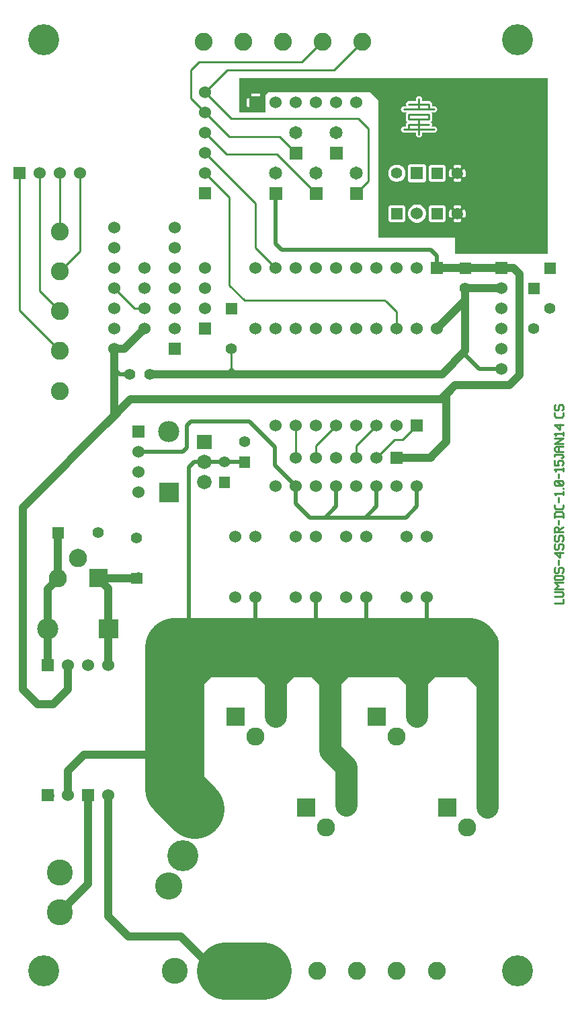
<source format=gbr>
G04 start of page 2 for group 0 idx 0 *
G04 Title: 4SSR-DC, top *
G04 Creator: pcb 20110918 *
G04 CreationDate: 五  1/17 15:31:06 2014 UTC *
G04 For: steve *
G04 Format: Gerber/RS-274X *
G04 PCB-Dimensions: 290000 515000 *
G04 PCB-Coordinate-Origin: lower left *
%MOIN*%
%FSLAX25Y25*%
%LNTOP*%
%ADD36C,0.0430*%
%ADD35C,0.0512*%
%ADD34C,0.0500*%
%ADD33C,0.0420*%
%ADD32C,0.0454*%
%ADD31C,0.0380*%
%ADD30C,0.0300*%
%ADD29C,0.0280*%
%ADD28C,0.1495*%
%ADD27C,0.0650*%
%ADD26C,0.1050*%
%ADD25C,0.1350*%
%ADD24C,0.1535*%
%ADD23C,0.0720*%
%ADD22C,0.1287*%
%ADD21C,0.0887*%
%ADD20C,0.0900*%
%ADD19C,0.0550*%
%ADD18C,0.0600*%
%ADD17C,0.1100*%
%ADD16C,0.2930*%
%ADD15C,0.2830*%
%ADD14C,0.0100*%
%ADD13C,0.0001*%
%ADD12C,0.0200*%
%ADD11C,0.0400*%
G54D11*X224500Y291000D02*Y314500D01*
X200000Y283000D02*X216500D01*
X217500Y284000D02*X224500Y291000D01*
X217000Y283000D02*X217500Y284000D01*
X162000Y312000D02*X222000D01*
G54D12*X220000Y377000D02*Y383000D01*
G54D11*Y377000D02*X258000D01*
X261000Y374000D01*
G54D12*X220000Y383000D02*X217000Y386000D01*
G54D11*X261000Y374000D02*Y324000D01*
X256000Y319000D01*
X229000D01*
X224500Y314500D01*
X222000Y312000D02*X229000Y319000D01*
G54D12*X60000Y337000D02*Y327000D01*
X62500Y324500D02*X60000Y327000D01*
X62500Y324500D02*X67500D01*
G54D11*X60000Y337000D02*Y304000D01*
Y337000D02*X65000D01*
X14500Y258500D02*X60000Y304000D01*
X68000Y312000D02*X55750Y299750D01*
X220000Y347000D02*X221000D01*
X65000Y337000D02*X75000Y347000D01*
G54D12*X217000Y386000D02*X143000D01*
X140000Y389000D01*
Y414000D01*
G54D11*X68000Y312000D02*X163000D01*
G54D12*X102000Y301000D02*X127000D01*
X139500Y288500D01*
X96000Y299000D02*X98000Y301000D01*
X103000D01*
X72000Y286000D02*X87000D01*
X86000D02*X94000D01*
X96000Y288000D01*
Y299000D01*
X139500Y288500D02*Y279500D01*
X150000Y269000D01*
Y260500D01*
X157000Y253500D01*
X170000Y269000D02*Y259000D01*
X164500Y253500D01*
X210000Y269000D02*Y259000D01*
X204500Y253500D01*
X157000D01*
X190000Y269000D02*Y259000D01*
X184500Y253500D01*
G54D11*X109685Y29000D02*Y38315D01*
X67000Y46000D02*X92685D01*
X109685Y29000D01*
X57000Y116000D02*Y56000D01*
X67000Y46000D01*
X47000Y116000D02*Y72000D01*
X33000Y58000D01*
Y223500D02*X34000D01*
X31000D02*X32000Y222500D01*
X27000Y218000D02*X32500Y223500D01*
X32000D02*Y246000D01*
X72000Y224500D02*X71000Y223500D01*
X57000Y197500D02*X57500Y198000D01*
X57000Y180500D02*Y218500D01*
X52000Y223500D01*
X71000D01*
X71250Y223750D01*
X36500Y180000D02*X37000Y180500D01*
X27000D02*Y218000D01*
X37000Y180500D02*Y168500D01*
X14500D02*Y258500D01*
X37000Y168500D02*X29500Y161000D01*
X22000D02*X14500Y168500D01*
X29500Y161000D02*X22000D01*
G54D13*G36*
X189000Y466000D02*X191000D01*
Y460000D01*
X185000Y466000D01*
X189000D01*
G37*
G36*
X133000Y471000D02*X192000D01*
Y464000D01*
X133000D01*
Y471000D01*
G37*
G36*
X122000D02*X138000D01*
Y464000D01*
X122000D01*
Y471000D01*
G37*
G36*
X233390Y439000D02*X245000D01*
Y384000D01*
X233390D01*
Y402035D01*
X233481Y402053D01*
X233592Y402093D01*
X233695Y402151D01*
X233788Y402223D01*
X233869Y402310D01*
X233935Y402408D01*
X233982Y402515D01*
X234103Y402875D01*
X234187Y403245D01*
X234237Y403621D01*
X234254Y404000D01*
X234237Y404379D01*
X234187Y404755D01*
X234103Y405125D01*
X233986Y405486D01*
X233937Y405594D01*
X233871Y405692D01*
X233790Y405779D01*
X233697Y405852D01*
X233593Y405909D01*
X233482Y405950D01*
X233390Y405968D01*
Y422035D01*
X233481Y422053D01*
X233592Y422093D01*
X233695Y422151D01*
X233788Y422223D01*
X233869Y422310D01*
X233935Y422408D01*
X233982Y422515D01*
X234103Y422875D01*
X234187Y423245D01*
X234237Y423621D01*
X234254Y424000D01*
X234237Y424379D01*
X234187Y424755D01*
X234103Y425125D01*
X233986Y425486D01*
X233937Y425594D01*
X233871Y425692D01*
X233790Y425779D01*
X233697Y425852D01*
X233593Y425909D01*
X233482Y425950D01*
X233390Y425968D01*
Y439000D01*
G37*
G36*
X229000D02*X233390D01*
Y425968D01*
X233366Y425973D01*
X233247Y425977D01*
X233130Y425963D01*
X233016Y425930D01*
X232908Y425880D01*
X232810Y425814D01*
X232723Y425733D01*
X232650Y425640D01*
X232593Y425536D01*
X232552Y425425D01*
X232529Y425309D01*
X232525Y425190D01*
X232539Y425073D01*
X232574Y424960D01*
X232652Y424727D01*
X232706Y424488D01*
X232739Y424245D01*
X232750Y424000D01*
X232739Y423755D01*
X232706Y423512D01*
X232652Y423273D01*
X232577Y423039D01*
X232542Y422927D01*
X232528Y422810D01*
X232532Y422692D01*
X232555Y422576D01*
X232595Y422465D01*
X232653Y422362D01*
X232725Y422269D01*
X232812Y422188D01*
X232910Y422122D01*
X233017Y422073D01*
X233130Y422040D01*
X233247Y422026D01*
X233365Y422030D01*
X233390Y422035D01*
Y405968D01*
X233366Y405973D01*
X233247Y405977D01*
X233130Y405963D01*
X233016Y405930D01*
X232908Y405880D01*
X232810Y405814D01*
X232723Y405733D01*
X232650Y405640D01*
X232593Y405536D01*
X232552Y405425D01*
X232529Y405309D01*
X232525Y405190D01*
X232539Y405073D01*
X232574Y404960D01*
X232652Y404727D01*
X232706Y404488D01*
X232739Y404245D01*
X232750Y404000D01*
X232739Y403755D01*
X232706Y403512D01*
X232652Y403273D01*
X232577Y403039D01*
X232542Y402927D01*
X232528Y402810D01*
X232532Y402692D01*
X232555Y402576D01*
X232595Y402465D01*
X232653Y402362D01*
X232725Y402269D01*
X232812Y402188D01*
X232910Y402122D01*
X233017Y402073D01*
X233130Y402040D01*
X233247Y402026D01*
X233365Y402030D01*
X233390Y402035D01*
Y384000D01*
X229000D01*
Y399869D01*
X229245Y399813D01*
X229621Y399763D01*
X230000Y399746D01*
X230379Y399763D01*
X230755Y399813D01*
X231125Y399897D01*
X231486Y400014D01*
X231594Y400063D01*
X231692Y400129D01*
X231779Y400210D01*
X231852Y400303D01*
X231909Y400407D01*
X231950Y400518D01*
X231973Y400634D01*
X231977Y400753D01*
X231963Y400870D01*
X231930Y400984D01*
X231880Y401092D01*
X231814Y401190D01*
X231733Y401277D01*
X231640Y401350D01*
X231536Y401407D01*
X231425Y401448D01*
X231309Y401471D01*
X231190Y401475D01*
X231073Y401461D01*
X230960Y401426D01*
X230727Y401348D01*
X230488Y401294D01*
X230245Y401261D01*
X230000Y401250D01*
X229755Y401261D01*
X229512Y401294D01*
X229273Y401348D01*
X229039Y401423D01*
X229000Y401435D01*
Y406562D01*
X229040Y406574D01*
X229273Y406652D01*
X229512Y406706D01*
X229755Y406739D01*
X230000Y406750D01*
X230245Y406739D01*
X230488Y406706D01*
X230727Y406652D01*
X230961Y406577D01*
X231073Y406542D01*
X231190Y406528D01*
X231308Y406532D01*
X231424Y406555D01*
X231535Y406595D01*
X231638Y406653D01*
X231731Y406725D01*
X231812Y406812D01*
X231878Y406910D01*
X231927Y407017D01*
X231960Y407130D01*
X231974Y407247D01*
X231970Y407365D01*
X231947Y407481D01*
X231907Y407592D01*
X231849Y407695D01*
X231777Y407788D01*
X231690Y407869D01*
X231592Y407935D01*
X231485Y407982D01*
X231125Y408103D01*
X230755Y408187D01*
X230379Y408237D01*
X230000Y408254D01*
X229621Y408237D01*
X229245Y408187D01*
X229000Y408131D01*
Y419869D01*
X229245Y419813D01*
X229621Y419763D01*
X230000Y419746D01*
X230379Y419763D01*
X230755Y419813D01*
X231125Y419897D01*
X231486Y420014D01*
X231594Y420063D01*
X231692Y420129D01*
X231779Y420210D01*
X231852Y420303D01*
X231909Y420407D01*
X231950Y420518D01*
X231973Y420634D01*
X231977Y420753D01*
X231963Y420870D01*
X231930Y420984D01*
X231880Y421092D01*
X231814Y421190D01*
X231733Y421277D01*
X231640Y421350D01*
X231536Y421407D01*
X231425Y421448D01*
X231309Y421471D01*
X231190Y421475D01*
X231073Y421461D01*
X230960Y421426D01*
X230727Y421348D01*
X230488Y421294D01*
X230245Y421261D01*
X230000Y421250D01*
X229755Y421261D01*
X229512Y421294D01*
X229273Y421348D01*
X229039Y421423D01*
X229000Y421435D01*
Y426562D01*
X229040Y426574D01*
X229273Y426652D01*
X229512Y426706D01*
X229755Y426739D01*
X230000Y426750D01*
X230245Y426739D01*
X230488Y426706D01*
X230727Y426652D01*
X230961Y426577D01*
X231073Y426542D01*
X231190Y426528D01*
X231308Y426532D01*
X231424Y426555D01*
X231535Y426595D01*
X231638Y426653D01*
X231731Y426725D01*
X231812Y426812D01*
X231878Y426910D01*
X231927Y427017D01*
X231960Y427130D01*
X231974Y427247D01*
X231970Y427365D01*
X231947Y427481D01*
X231907Y427592D01*
X231849Y427695D01*
X231777Y427788D01*
X231690Y427869D01*
X231592Y427935D01*
X231485Y427982D01*
X231125Y428103D01*
X230755Y428187D01*
X230379Y428237D01*
X230000Y428254D01*
X229621Y428237D01*
X229245Y428187D01*
X229000Y428131D01*
Y439000D01*
G37*
G36*
X233390Y434000D02*X238000D01*
Y392000D01*
X233390D01*
Y402035D01*
X233481Y402053D01*
X233592Y402093D01*
X233695Y402151D01*
X233788Y402223D01*
X233869Y402310D01*
X233935Y402408D01*
X233982Y402515D01*
X234103Y402875D01*
X234187Y403245D01*
X234237Y403621D01*
X234254Y404000D01*
X234237Y404379D01*
X234187Y404755D01*
X234103Y405125D01*
X233986Y405486D01*
X233937Y405594D01*
X233871Y405692D01*
X233790Y405779D01*
X233697Y405852D01*
X233593Y405909D01*
X233482Y405950D01*
X233390Y405968D01*
Y422035D01*
X233481Y422053D01*
X233592Y422093D01*
X233695Y422151D01*
X233788Y422223D01*
X233869Y422310D01*
X233935Y422408D01*
X233982Y422515D01*
X234103Y422875D01*
X234187Y423245D01*
X234237Y423621D01*
X234254Y424000D01*
X234237Y424379D01*
X234187Y424755D01*
X234103Y425125D01*
X233986Y425486D01*
X233937Y425594D01*
X233871Y425692D01*
X233790Y425779D01*
X233697Y425852D01*
X233593Y425909D01*
X233482Y425950D01*
X233390Y425968D01*
Y434000D01*
G37*
G36*
X230001D02*X233390D01*
Y425968D01*
X233366Y425973D01*
X233247Y425977D01*
X233130Y425963D01*
X233016Y425930D01*
X232908Y425880D01*
X232810Y425814D01*
X232723Y425733D01*
X232650Y425640D01*
X232593Y425536D01*
X232552Y425425D01*
X232529Y425309D01*
X232525Y425190D01*
X232539Y425073D01*
X232574Y424960D01*
X232652Y424727D01*
X232706Y424488D01*
X232739Y424245D01*
X232750Y424000D01*
X232739Y423755D01*
X232706Y423512D01*
X232652Y423273D01*
X232577Y423039D01*
X232542Y422927D01*
X232528Y422810D01*
X232532Y422692D01*
X232555Y422576D01*
X232595Y422465D01*
X232653Y422362D01*
X232725Y422269D01*
X232812Y422188D01*
X232910Y422122D01*
X233017Y422073D01*
X233130Y422040D01*
X233247Y422026D01*
X233365Y422030D01*
X233390Y422035D01*
Y405968D01*
X233366Y405973D01*
X233247Y405977D01*
X233130Y405963D01*
X233016Y405930D01*
X232908Y405880D01*
X232810Y405814D01*
X232723Y405733D01*
X232650Y405640D01*
X232593Y405536D01*
X232552Y405425D01*
X232529Y405309D01*
X232525Y405190D01*
X232539Y405073D01*
X232574Y404960D01*
X232652Y404727D01*
X232706Y404488D01*
X232739Y404245D01*
X232750Y404000D01*
X232739Y403755D01*
X232706Y403512D01*
X232652Y403273D01*
X232577Y403039D01*
X232542Y402927D01*
X232528Y402810D01*
X232532Y402692D01*
X232555Y402576D01*
X232595Y402465D01*
X232653Y402362D01*
X232725Y402269D01*
X232812Y402188D01*
X232910Y402122D01*
X233017Y402073D01*
X233130Y402040D01*
X233247Y402026D01*
X233365Y402030D01*
X233390Y402035D01*
Y392000D01*
X230001D01*
Y399746D01*
X230379Y399763D01*
X230755Y399813D01*
X231125Y399897D01*
X231486Y400014D01*
X231594Y400063D01*
X231692Y400129D01*
X231779Y400210D01*
X231852Y400303D01*
X231909Y400407D01*
X231950Y400518D01*
X231973Y400634D01*
X231977Y400753D01*
X231963Y400870D01*
X231930Y400984D01*
X231880Y401092D01*
X231814Y401190D01*
X231733Y401277D01*
X231640Y401350D01*
X231536Y401407D01*
X231425Y401448D01*
X231309Y401471D01*
X231190Y401475D01*
X231073Y401461D01*
X230960Y401426D01*
X230727Y401348D01*
X230488Y401294D01*
X230245Y401261D01*
X230001Y401250D01*
Y406750D01*
X230245Y406739D01*
X230488Y406706D01*
X230727Y406652D01*
X230961Y406577D01*
X231073Y406542D01*
X231190Y406528D01*
X231308Y406532D01*
X231424Y406555D01*
X231535Y406595D01*
X231638Y406653D01*
X231731Y406725D01*
X231812Y406812D01*
X231878Y406910D01*
X231927Y407017D01*
X231960Y407130D01*
X231974Y407247D01*
X231970Y407365D01*
X231947Y407481D01*
X231907Y407592D01*
X231849Y407695D01*
X231777Y407788D01*
X231690Y407869D01*
X231592Y407935D01*
X231485Y407982D01*
X231125Y408103D01*
X230755Y408187D01*
X230379Y408237D01*
X230001Y408254D01*
Y419746D01*
X230379Y419763D01*
X230755Y419813D01*
X231125Y419897D01*
X231486Y420014D01*
X231594Y420063D01*
X231692Y420129D01*
X231779Y420210D01*
X231852Y420303D01*
X231909Y420407D01*
X231950Y420518D01*
X231973Y420634D01*
X231977Y420753D01*
X231963Y420870D01*
X231930Y420984D01*
X231880Y421092D01*
X231814Y421190D01*
X231733Y421277D01*
X231640Y421350D01*
X231536Y421407D01*
X231425Y421448D01*
X231309Y421471D01*
X231190Y421475D01*
X231073Y421461D01*
X230960Y421426D01*
X230727Y421348D01*
X230488Y421294D01*
X230245Y421261D01*
X230001Y421250D01*
Y426750D01*
X230245Y426739D01*
X230488Y426706D01*
X230727Y426652D01*
X230961Y426577D01*
X231073Y426542D01*
X231190Y426528D01*
X231308Y426532D01*
X231424Y426555D01*
X231535Y426595D01*
X231638Y426653D01*
X231731Y426725D01*
X231812Y426812D01*
X231878Y426910D01*
X231927Y427017D01*
X231960Y427130D01*
X231974Y427247D01*
X231970Y427365D01*
X231947Y427481D01*
X231907Y427592D01*
X231849Y427695D01*
X231777Y427788D01*
X231690Y427869D01*
X231592Y427935D01*
X231485Y427982D01*
X231125Y428103D01*
X230755Y428187D01*
X230379Y428237D01*
X230001Y428254D01*
Y434000D01*
G37*
G36*
X226610D02*X230001D01*
Y428254D01*
X230000Y428254D01*
X229621Y428237D01*
X229245Y428187D01*
X228875Y428103D01*
X228514Y427986D01*
X228406Y427937D01*
X228308Y427871D01*
X228221Y427790D01*
X228148Y427697D01*
X228091Y427593D01*
X228050Y427482D01*
X228027Y427366D01*
X228023Y427247D01*
X228037Y427130D01*
X228070Y427016D01*
X228120Y426908D01*
X228186Y426810D01*
X228267Y426723D01*
X228360Y426650D01*
X228464Y426593D01*
X228575Y426552D01*
X228691Y426529D01*
X228810Y426525D01*
X228927Y426539D01*
X229040Y426574D01*
X229273Y426652D01*
X229512Y426706D01*
X229755Y426739D01*
X230000Y426750D01*
X230001Y426750D01*
Y421250D01*
X230000Y421250D01*
X229755Y421261D01*
X229512Y421294D01*
X229273Y421348D01*
X229039Y421423D01*
X228927Y421458D01*
X228810Y421472D01*
X228692Y421468D01*
X228576Y421445D01*
X228465Y421405D01*
X228362Y421347D01*
X228269Y421275D01*
X228188Y421188D01*
X228122Y421090D01*
X228073Y420983D01*
X228040Y420870D01*
X228026Y420753D01*
X228030Y420635D01*
X228053Y420519D01*
X228093Y420408D01*
X228150Y420305D01*
X228223Y420212D01*
X228310Y420131D01*
X228408Y420065D01*
X228515Y420018D01*
X228875Y419897D01*
X229245Y419813D01*
X229621Y419763D01*
X230000Y419746D01*
X230001Y419746D01*
Y408254D01*
X230000Y408254D01*
X229621Y408237D01*
X229245Y408187D01*
X228875Y408103D01*
X228514Y407986D01*
X228406Y407937D01*
X228308Y407871D01*
X228221Y407790D01*
X228148Y407697D01*
X228091Y407593D01*
X228050Y407482D01*
X228027Y407366D01*
X228023Y407247D01*
X228037Y407130D01*
X228070Y407016D01*
X228120Y406908D01*
X228186Y406810D01*
X228267Y406723D01*
X228360Y406650D01*
X228464Y406593D01*
X228575Y406552D01*
X228691Y406529D01*
X228810Y406525D01*
X228927Y406539D01*
X229040Y406574D01*
X229273Y406652D01*
X229512Y406706D01*
X229755Y406739D01*
X230000Y406750D01*
X230001Y406750D01*
Y401250D01*
X230000Y401250D01*
X229755Y401261D01*
X229512Y401294D01*
X229273Y401348D01*
X229039Y401423D01*
X228927Y401458D01*
X228810Y401472D01*
X228692Y401468D01*
X228576Y401445D01*
X228465Y401405D01*
X228362Y401347D01*
X228269Y401275D01*
X228188Y401188D01*
X228122Y401090D01*
X228073Y400983D01*
X228040Y400870D01*
X228026Y400753D01*
X228030Y400635D01*
X228053Y400519D01*
X228093Y400408D01*
X228150Y400305D01*
X228223Y400212D01*
X228310Y400131D01*
X228408Y400065D01*
X228515Y400018D01*
X228875Y399897D01*
X229245Y399813D01*
X229621Y399763D01*
X230000Y399746D01*
X230001Y399746D01*
Y392000D01*
X226610D01*
Y402032D01*
X226634Y402027D01*
X226753Y402023D01*
X226870Y402037D01*
X226984Y402070D01*
X227092Y402120D01*
X227190Y402186D01*
X227277Y402267D01*
X227350Y402360D01*
X227407Y402464D01*
X227448Y402575D01*
X227471Y402691D01*
X227475Y402810D01*
X227461Y402927D01*
X227426Y403040D01*
X227348Y403273D01*
X227294Y403512D01*
X227261Y403755D01*
X227250Y404000D01*
X227261Y404245D01*
X227294Y404488D01*
X227348Y404727D01*
X227423Y404961D01*
X227458Y405073D01*
X227472Y405190D01*
X227468Y405308D01*
X227445Y405424D01*
X227405Y405535D01*
X227347Y405638D01*
X227275Y405731D01*
X227188Y405812D01*
X227090Y405878D01*
X226983Y405927D01*
X226870Y405960D01*
X226753Y405974D01*
X226635Y405970D01*
X226610Y405965D01*
Y422032D01*
X226634Y422027D01*
X226753Y422023D01*
X226870Y422037D01*
X226984Y422070D01*
X227092Y422120D01*
X227190Y422186D01*
X227277Y422267D01*
X227350Y422360D01*
X227407Y422464D01*
X227448Y422575D01*
X227471Y422691D01*
X227475Y422810D01*
X227461Y422927D01*
X227426Y423040D01*
X227348Y423273D01*
X227294Y423512D01*
X227261Y423755D01*
X227250Y424000D01*
X227261Y424245D01*
X227294Y424488D01*
X227348Y424727D01*
X227423Y424961D01*
X227458Y425073D01*
X227472Y425190D01*
X227468Y425308D01*
X227445Y425424D01*
X227405Y425535D01*
X227347Y425638D01*
X227275Y425731D01*
X227188Y425812D01*
X227090Y425878D01*
X226983Y425927D01*
X226870Y425960D01*
X226753Y425974D01*
X226635Y425970D01*
X226610Y425965D01*
Y434000D01*
G37*
G36*
X220000D02*X226610D01*
Y425965D01*
X226519Y425947D01*
X226408Y425907D01*
X226305Y425850D01*
X226212Y425777D01*
X226131Y425690D01*
X226065Y425592D01*
X226018Y425485D01*
X225897Y425125D01*
X225813Y424755D01*
X225763Y424379D01*
X225746Y424000D01*
X225763Y423621D01*
X225813Y423245D01*
X225897Y422875D01*
X226014Y422514D01*
X226063Y422406D01*
X226129Y422308D01*
X226210Y422221D01*
X226303Y422148D01*
X226407Y422091D01*
X226518Y422050D01*
X226610Y422032D01*
Y405965D01*
X226519Y405947D01*
X226408Y405907D01*
X226305Y405850D01*
X226212Y405777D01*
X226131Y405690D01*
X226065Y405592D01*
X226018Y405485D01*
X225897Y405125D01*
X225813Y404755D01*
X225763Y404379D01*
X225746Y404000D01*
X225763Y403621D01*
X225813Y403245D01*
X225897Y402875D01*
X226014Y402514D01*
X226063Y402406D01*
X226129Y402308D01*
X226210Y402221D01*
X226303Y402148D01*
X226407Y402091D01*
X226518Y402050D01*
X226610Y402032D01*
Y392000D01*
X220000D01*
Y399757D01*
X222985Y399764D01*
X223215Y399819D01*
X223433Y399909D01*
X223634Y400033D01*
X223814Y400186D01*
X223967Y400366D01*
X224091Y400567D01*
X224181Y400785D01*
X224236Y401015D01*
X224250Y401250D01*
X224236Y406985D01*
X224181Y407215D01*
X224091Y407433D01*
X223967Y407634D01*
X223814Y407814D01*
X223634Y407967D01*
X223433Y408091D01*
X223215Y408181D01*
X222985Y408236D01*
X222750Y408250D01*
X220000Y408243D01*
Y419757D01*
X222985Y419764D01*
X223215Y419819D01*
X223433Y419909D01*
X223634Y420033D01*
X223814Y420186D01*
X223967Y420366D01*
X224091Y420567D01*
X224181Y420785D01*
X224236Y421015D01*
X224250Y421250D01*
X224236Y426985D01*
X224181Y427215D01*
X224091Y427433D01*
X223967Y427634D01*
X223814Y427814D01*
X223634Y427967D01*
X223433Y428091D01*
X223215Y428181D01*
X222985Y428236D01*
X222750Y428250D01*
X220000Y428243D01*
Y434000D01*
G37*
G36*
X210000D02*X220000D01*
Y428243D01*
X217015Y428236D01*
X216785Y428181D01*
X216567Y428091D01*
X216366Y427967D01*
X216186Y427814D01*
X216033Y427634D01*
X215909Y427433D01*
X215819Y427215D01*
X215764Y426985D01*
X215750Y426750D01*
X215764Y421015D01*
X215819Y420785D01*
X215909Y420567D01*
X216033Y420366D01*
X216186Y420186D01*
X216366Y420033D01*
X216567Y419909D01*
X216785Y419819D01*
X217015Y419764D01*
X217250Y419750D01*
X220000Y419757D01*
Y408243D01*
X217015Y408236D01*
X216785Y408181D01*
X216567Y408091D01*
X216366Y407967D01*
X216186Y407814D01*
X216033Y407634D01*
X215909Y407433D01*
X215819Y407215D01*
X215764Y406985D01*
X215750Y406750D01*
X215764Y401015D01*
X215819Y400785D01*
X215909Y400567D01*
X216033Y400366D01*
X216186Y400186D01*
X216366Y400033D01*
X216567Y399909D01*
X216785Y399819D01*
X217015Y399764D01*
X217250Y399750D01*
X220000Y399757D01*
Y392000D01*
X210000D01*
Y399486D01*
X210706Y399542D01*
X211395Y399707D01*
X212049Y399978D01*
X212653Y400348D01*
X213192Y400808D01*
X213652Y401347D01*
X214022Y401951D01*
X214293Y402605D01*
X214458Y403294D01*
X214500Y404000D01*
X214458Y404706D01*
X214293Y405395D01*
X214022Y406049D01*
X213652Y406653D01*
X213192Y407192D01*
X212653Y407652D01*
X212049Y408022D01*
X211395Y408293D01*
X210706Y408458D01*
X210000Y408514D01*
Y419507D01*
X213235Y419514D01*
X213465Y419569D01*
X213683Y419659D01*
X213884Y419783D01*
X214064Y419936D01*
X214217Y420116D01*
X214341Y420317D01*
X214431Y420535D01*
X214486Y420765D01*
X214500Y421000D01*
X214486Y427235D01*
X214431Y427465D01*
X214341Y427683D01*
X214217Y427884D01*
X214064Y428064D01*
X213884Y428217D01*
X213683Y428341D01*
X213465Y428431D01*
X213235Y428486D01*
X213000Y428500D01*
X210000Y428493D01*
Y434000D01*
G37*
G36*
X199993D02*X210000D01*
Y428493D01*
X206765Y428486D01*
X206535Y428431D01*
X206317Y428341D01*
X206116Y428217D01*
X205936Y428064D01*
X205783Y427884D01*
X205659Y427683D01*
X205569Y427465D01*
X205514Y427235D01*
X205500Y427000D01*
X205514Y420765D01*
X205569Y420535D01*
X205659Y420317D01*
X205783Y420116D01*
X205936Y419936D01*
X206116Y419783D01*
X206317Y419659D01*
X206535Y419569D01*
X206765Y419514D01*
X207000Y419500D01*
X210000Y419507D01*
Y408514D01*
X209294Y408458D01*
X208605Y408293D01*
X207951Y408022D01*
X207347Y407652D01*
X206808Y407192D01*
X206348Y406653D01*
X205978Y406049D01*
X205707Y405395D01*
X205542Y404706D01*
X205486Y404000D01*
X205542Y403294D01*
X205707Y402605D01*
X205978Y401951D01*
X206348Y401347D01*
X206808Y400808D01*
X207347Y400348D01*
X207951Y399978D01*
X208605Y399707D01*
X209294Y399542D01*
X210000Y399486D01*
Y392000D01*
X199993D01*
Y399757D01*
X202985Y399764D01*
X203215Y399819D01*
X203433Y399909D01*
X203634Y400033D01*
X203814Y400186D01*
X203967Y400366D01*
X204091Y400567D01*
X204181Y400785D01*
X204236Y401015D01*
X204250Y401250D01*
X204236Y406985D01*
X204181Y407215D01*
X204091Y407433D01*
X203967Y407634D01*
X203814Y407814D01*
X203634Y407967D01*
X203433Y408091D01*
X203215Y408181D01*
X202985Y408236D01*
X202750Y408250D01*
X199993Y408243D01*
Y419737D01*
X200000Y419737D01*
X200667Y419789D01*
X201317Y419946D01*
X201935Y420202D01*
X202506Y420551D01*
X203014Y420986D01*
X203449Y421494D01*
X203798Y422065D01*
X204054Y422683D01*
X204211Y423333D01*
X204250Y424000D01*
X204211Y424667D01*
X204054Y425317D01*
X203798Y425935D01*
X203449Y426506D01*
X203014Y427014D01*
X202506Y427449D01*
X201935Y427798D01*
X201317Y428054D01*
X200667Y428211D01*
X200000Y428263D01*
X199993Y428263D01*
Y434000D01*
G37*
G36*
X191000D02*X199993D01*
Y428263D01*
X199333Y428211D01*
X198683Y428054D01*
X198065Y427798D01*
X197494Y427449D01*
X196986Y427014D01*
X196551Y426506D01*
X196202Y425935D01*
X195946Y425317D01*
X195789Y424667D01*
X195737Y424000D01*
X195789Y423333D01*
X195946Y422683D01*
X196202Y422065D01*
X196551Y421494D01*
X196986Y420986D01*
X197494Y420551D01*
X198065Y420202D01*
X198683Y419946D01*
X199333Y419789D01*
X199993Y419737D01*
Y408243D01*
X197015Y408236D01*
X196785Y408181D01*
X196567Y408091D01*
X196366Y407967D01*
X196186Y407814D01*
X196033Y407634D01*
X195909Y407433D01*
X195819Y407215D01*
X195764Y406985D01*
X195750Y406750D01*
X195764Y401015D01*
X195819Y400785D01*
X195909Y400567D01*
X196033Y400366D01*
X196186Y400186D01*
X196366Y400033D01*
X196567Y399909D01*
X196785Y399819D01*
X197015Y399764D01*
X197250Y399750D01*
X199993Y399757D01*
Y392000D01*
X191000D01*
Y434000D01*
G37*
G36*
X211000Y471000D02*X252000D01*
Y433000D01*
X211000D01*
Y441680D01*
X211235Y441699D01*
X211465Y441754D01*
X211683Y441844D01*
X211884Y441968D01*
X212064Y442121D01*
X212217Y442301D01*
X212341Y442502D01*
X212431Y442720D01*
X212486Y442950D01*
X212500Y443185D01*
Y444185D01*
X218500D01*
X218735Y444199D01*
X218965Y444254D01*
X219183Y444344D01*
X219384Y444468D01*
X219564Y444621D01*
X219717Y444801D01*
X219841Y445002D01*
X219931Y445220D01*
X219986Y445450D01*
X220005Y445685D01*
X219986Y445920D01*
X219931Y446150D01*
X219841Y446368D01*
X219717Y446569D01*
X219564Y446749D01*
X219384Y446902D01*
X219183Y447026D01*
X218965Y447116D01*
X218735Y447171D01*
X218500Y447185D01*
X217119D01*
X217217Y447301D01*
X217341Y447502D01*
X217431Y447720D01*
X217486Y447950D01*
X217505Y448185D01*
X217486Y448420D01*
X217431Y448650D01*
X217341Y448868D01*
X217217Y449069D01*
X217064Y449249D01*
X216884Y449402D01*
X216831Y449435D01*
X216884Y449468D01*
X217064Y449621D01*
X217217Y449801D01*
X217341Y450002D01*
X217431Y450220D01*
X217486Y450450D01*
X217505Y450685D01*
X217500Y450744D01*
Y453185D01*
X217486Y453420D01*
X217431Y453650D01*
X217341Y453868D01*
X217217Y454069D01*
X217119Y454185D01*
X218500D01*
X218735Y454199D01*
X218965Y454254D01*
X219183Y454344D01*
X219384Y454468D01*
X219564Y454621D01*
X219717Y454801D01*
X219841Y455002D01*
X219931Y455220D01*
X219986Y455450D01*
X220005Y455685D01*
X219986Y455920D01*
X219931Y456150D01*
X219841Y456368D01*
X219717Y456569D01*
X219564Y456749D01*
X219384Y456902D01*
X219183Y457026D01*
X218965Y457116D01*
X218735Y457171D01*
X218500Y457185D01*
X217500D01*
Y458126D01*
X217505Y458185D01*
X217486Y458420D01*
X217431Y458650D01*
X217341Y458868D01*
X217217Y459069D01*
X217064Y459249D01*
X216884Y459402D01*
X216683Y459526D01*
X216465Y459616D01*
X216235Y459671D01*
X216000Y459690D01*
X215941Y459685D01*
X212500D01*
Y460685D01*
X212486Y460920D01*
X212431Y461150D01*
X212341Y461368D01*
X212217Y461569D01*
X212064Y461749D01*
X211884Y461902D01*
X211683Y462026D01*
X211465Y462116D01*
X211235Y462171D01*
X211000Y462190D01*
Y471000D01*
G37*
G36*
X191000D02*X211000D01*
Y462190D01*
X211000D01*
X210765Y462171D01*
X210535Y462116D01*
X210317Y462026D01*
X210116Y461902D01*
X209936Y461749D01*
X209783Y461569D01*
X209659Y461368D01*
X209569Y461150D01*
X209514Y460920D01*
X209500Y460685D01*
Y459685D01*
X206000D01*
X205765Y459671D01*
X205535Y459616D01*
X205317Y459526D01*
X205116Y459402D01*
X204936Y459249D01*
X204783Y459069D01*
X204659Y458868D01*
X204569Y458650D01*
X204514Y458420D01*
X204495Y458185D01*
X204514Y457950D01*
X204569Y457720D01*
X204659Y457502D01*
X204783Y457301D01*
X204881Y457185D01*
X203500D01*
X203265Y457171D01*
X203035Y457116D01*
X202817Y457026D01*
X202616Y456902D01*
X202436Y456749D01*
X202283Y456569D01*
X202159Y456368D01*
X202069Y456150D01*
X202014Y455920D01*
X201995Y455685D01*
X202014Y455450D01*
X202069Y455220D01*
X202159Y455002D01*
X202283Y454801D01*
X202436Y454621D01*
X202616Y454468D01*
X202817Y454344D01*
X203035Y454254D01*
X203265Y454199D01*
X203500Y454185D01*
X204881D01*
X204783Y454069D01*
X204659Y453868D01*
X204569Y453650D01*
X204514Y453420D01*
X204500Y453185D01*
Y450744D01*
X204495Y450685D01*
X204514Y450450D01*
X204569Y450220D01*
X204659Y450002D01*
X204783Y449801D01*
X204936Y449621D01*
X205116Y449468D01*
X205169Y449435D01*
X205116Y449402D01*
X204936Y449249D01*
X204783Y449069D01*
X204659Y448868D01*
X204569Y448650D01*
X204514Y448420D01*
X204514Y448420D01*
X204495Y448185D01*
X204500Y448126D01*
Y447185D01*
X203500D01*
X203265Y447171D01*
X203035Y447116D01*
X202817Y447026D01*
X202616Y446902D01*
X202436Y446749D01*
X202283Y446569D01*
X202159Y446368D01*
X202069Y446150D01*
X202014Y445920D01*
X201995Y445685D01*
X202014Y445450D01*
X202069Y445220D01*
X202159Y445002D01*
X202283Y444801D01*
X202436Y444621D01*
X202616Y444468D01*
X202817Y444344D01*
X203035Y444254D01*
X203265Y444199D01*
X203500Y444185D01*
X205941D01*
X206000Y444180D01*
X206059Y444185D01*
X209500D01*
Y443185D01*
X209514Y442950D01*
X209569Y442720D01*
X209659Y442502D01*
X209783Y442301D01*
X209936Y442121D01*
X210116Y441968D01*
X210317Y441844D01*
X210535Y441754D01*
X210765Y441699D01*
X211000Y441680D01*
X211000D01*
Y433000D01*
X191000D01*
Y471000D01*
G37*
G36*
X133750Y465000D02*X135000D01*
Y456000D01*
X133750D01*
Y456748D01*
X133868Y456757D01*
X133982Y456785D01*
X134092Y456830D01*
X134192Y456891D01*
X134282Y456968D01*
X134359Y457058D01*
X134420Y457158D01*
X134465Y457268D01*
X134493Y457382D01*
X134500Y457500D01*
Y460500D01*
X134493Y460618D01*
X134465Y460732D01*
X134420Y460842D01*
X134359Y460942D01*
X134282Y461032D01*
X134192Y461109D01*
X134092Y461170D01*
X133982Y461215D01*
X133868Y461243D01*
X133750Y461252D01*
Y465000D01*
G37*
G36*
X130000D02*X133750D01*
Y461252D01*
X133632Y461243D01*
X133518Y461215D01*
X133408Y461170D01*
X133308Y461109D01*
X133218Y461032D01*
X133141Y460942D01*
X133080Y460842D01*
X133035Y460732D01*
X133007Y460618D01*
X133000Y460500D01*
Y457500D01*
X133007Y457382D01*
X133035Y457268D01*
X133080Y457158D01*
X133141Y457058D01*
X133218Y456968D01*
X133308Y456891D01*
X133408Y456830D01*
X133518Y456785D01*
X133632Y456757D01*
X133750Y456748D01*
Y456000D01*
X131500D01*
X131500Y456000D01*
X130000D01*
Y462000D01*
X131500D01*
X131618Y462007D01*
X131732Y462035D01*
X131842Y462080D01*
X131942Y462141D01*
X132032Y462218D01*
X132109Y462308D01*
X132170Y462408D01*
X132215Y462518D01*
X132243Y462632D01*
X132252Y462750D01*
X132243Y462868D01*
X132215Y462982D01*
X132170Y463092D01*
X132109Y463192D01*
X132032Y463282D01*
X131942Y463359D01*
X131842Y463420D01*
X131732Y463465D01*
X131618Y463493D01*
X131500Y463500D01*
X130000D01*
Y465000D01*
G37*
G36*
X126250D02*X130000D01*
Y463500D01*
X128500D01*
X128382Y463493D01*
X128268Y463465D01*
X128158Y463420D01*
X128058Y463359D01*
X127968Y463282D01*
X127891Y463192D01*
X127830Y463092D01*
X127785Y462982D01*
X127757Y462868D01*
X127748Y462750D01*
X127757Y462632D01*
X127785Y462518D01*
X127830Y462408D01*
X127891Y462308D01*
X127968Y462218D01*
X128058Y462141D01*
X128158Y462080D01*
X128268Y462035D01*
X128382Y462007D01*
X128500Y462000D01*
X130000D01*
Y456000D01*
X128500D01*
X128500Y456000D01*
X126250D01*
Y456748D01*
X126368Y456757D01*
X126482Y456785D01*
X126592Y456830D01*
X126692Y456891D01*
X126782Y456968D01*
X126859Y457058D01*
X126920Y457158D01*
X126965Y457268D01*
X126993Y457382D01*
X127000Y457500D01*
Y460500D01*
X126993Y460618D01*
X126965Y460732D01*
X126920Y460842D01*
X126859Y460942D01*
X126782Y461032D01*
X126692Y461109D01*
X126592Y461170D01*
X126482Y461215D01*
X126368Y461243D01*
X126250Y461252D01*
Y465000D01*
G37*
G36*
X122000D02*X126250D01*
Y461252D01*
X126132Y461243D01*
X126018Y461215D01*
X125908Y461170D01*
X125808Y461109D01*
X125718Y461032D01*
X125641Y460942D01*
X125580Y460842D01*
X125535Y460732D01*
X125507Y460618D01*
X125500Y460500D01*
Y457500D01*
X125507Y457382D01*
X125535Y457268D01*
X125580Y457158D01*
X125641Y457058D01*
X125718Y456968D01*
X125808Y456891D01*
X125908Y456830D01*
X126018Y456785D01*
X126132Y456757D01*
X126250Y456748D01*
Y456000D01*
X122000D01*
Y465000D01*
G37*
G36*
Y458000D02*X125500D01*
Y457500D01*
X125507Y457382D01*
X125535Y457268D01*
X125580Y457158D01*
X125641Y457058D01*
X125718Y456968D01*
X125808Y456891D01*
X125908Y456830D01*
X126018Y456785D01*
X126132Y456757D01*
X126250Y456748D01*
X126368Y456757D01*
X126482Y456785D01*
X126592Y456830D01*
X126692Y456891D01*
X126782Y456968D01*
X126859Y457058D01*
X126920Y457158D01*
X126965Y457268D01*
X126993Y457382D01*
X127000Y457500D01*
Y458000D01*
X133000D01*
Y457500D01*
X133007Y457382D01*
X133035Y457268D01*
X133080Y457158D01*
X133141Y457058D01*
X133218Y456968D01*
X133308Y456891D01*
X133408Y456830D01*
X133518Y456785D01*
X133632Y456757D01*
X133750Y456748D01*
X133868Y456757D01*
X133982Y456785D01*
X134092Y456830D01*
X134192Y456891D01*
X134282Y456968D01*
X134359Y457058D01*
X134420Y457158D01*
X134465Y457268D01*
X134493Y457382D01*
X134500Y457500D01*
Y458000D01*
X135000D01*
Y455000D01*
X132208D01*
X132215Y455018D01*
X132243Y455132D01*
X132252Y455250D01*
X132243Y455368D01*
X132215Y455482D01*
X132170Y455592D01*
X132109Y455692D01*
X132032Y455782D01*
X131942Y455859D01*
X131842Y455920D01*
X131732Y455965D01*
X131618Y455993D01*
X131500Y456000D01*
X128500D01*
X128382Y455993D01*
X128268Y455965D01*
X128158Y455920D01*
X128058Y455859D01*
X127968Y455782D01*
X127891Y455692D01*
X127830Y455592D01*
X127785Y455482D01*
X127757Y455368D01*
X127748Y455250D01*
X127757Y455132D01*
X127785Y455018D01*
X127792Y455000D01*
X122000D01*
Y458000D01*
G37*
G36*
Y456000D02*X128500D01*
X128382Y455993D01*
X128268Y455965D01*
X128158Y455920D01*
X128058Y455859D01*
X127968Y455782D01*
X127891Y455692D01*
X127830Y455592D01*
X127785Y455482D01*
X127757Y455368D01*
X127748Y455250D01*
X127757Y455132D01*
X127785Y455018D01*
X127830Y454908D01*
X127891Y454808D01*
X127968Y454718D01*
X128058Y454641D01*
X128158Y454580D01*
X128268Y454535D01*
X128382Y454507D01*
X128500Y454500D01*
X131500D01*
X131618Y454507D01*
X131732Y454535D01*
X131842Y454580D01*
X131942Y454641D01*
X132032Y454718D01*
X132109Y454808D01*
X132170Y454908D01*
X132215Y455018D01*
X132243Y455132D01*
X132252Y455250D01*
X132243Y455368D01*
X132215Y455482D01*
X132170Y455592D01*
X132109Y455692D01*
X132032Y455782D01*
X131942Y455859D01*
X131842Y455920D01*
X131732Y455965D01*
X131618Y455993D01*
X131500Y456000D01*
X135000D01*
Y454000D01*
X122000D01*
Y456000D01*
G37*
G36*
X241000Y471000D02*X275000D01*
Y384000D01*
X241000D01*
Y471000D01*
G37*
G54D11*X77500Y324500D02*X222500D01*
X234000Y361000D02*Y367000D01*
X252000D01*
G54D12*X234000Y366000D02*Y334000D01*
X241000Y327000D01*
X252000D01*
G54D11*X222500Y324500D02*X234000Y336000D01*
Y367000D01*
X220000Y347000D02*X234000Y361000D01*
G54D14*X118000Y337000D02*Y324500D01*
Y328000D02*Y327500D01*
X115000Y324500D01*
X118000Y327500D02*X121000Y324500D01*
G54D12*X124500Y281000D02*X99500D01*
X97000Y278500D01*
G54D11*X42000Y233500D02*Y236000D01*
X40000Y234000D02*X42000Y232000D01*
G54D12*X97000Y278500D02*Y201000D01*
G54D11*X100661Y101339D02*X98661D01*
X81000Y119000D01*
X100661Y101000D02*Y105339D01*
X85000Y121000D01*
X83000Y136000D02*X84000Y135000D01*
X28315Y115685D02*X28000Y116000D01*
X37000D02*Y128000D01*
X45000Y136000D01*
X83000D01*
G54D14*X206000Y458185D02*X216000D01*
Y455685D01*
X211000Y460685D02*Y455685D01*
X203500D01*
X218500D01*
X206000Y453185D02*X216000D01*
Y450685D02*X206000D01*
Y453185D01*
X216000D02*Y450685D01*
Y448185D02*X206000D01*
Y445685D01*
X203500D02*X218500D01*
X211000Y450685D02*Y443185D01*
G54D12*X134000Y464000D02*Y455000D01*
Y463000D02*X136000Y465000D01*
X134000Y455000D02*X125000D01*
G54D15*X115000Y29000D02*X133370D01*
X130500D02*X115000D01*
G54D12*X130000Y214000D02*Y189000D01*
X160000Y214000D02*Y189000D01*
X130000D02*X140000D01*
G54D16*X92500D02*X236000D01*
G54D11*X130000Y178000D02*X150000D01*
G54D12*X185000Y214000D02*Y189000D01*
X215000Y214000D02*Y189000D01*
G54D11*X235000D02*Y179000D01*
G54D17*X210000Y155000D02*Y189000D01*
G54D11*Y168000D02*X200000Y178000D01*
X220000D02*X210000Y168000D01*
X235000Y179000D02*X245000Y169000D01*
Y167000D02*X235000Y177000D01*
G54D17*X245000Y110000D02*Y192000D01*
X167000Y138000D02*Y191000D01*
G54D11*Y168000D02*X157000Y178000D01*
X177000D02*X167000Y168000D01*
G54D17*X175000Y130000D02*X167000Y138000D01*
X175000Y111000D02*Y130000D01*
G54D16*X90000Y119000D02*X100000Y109000D01*
X90000Y119000D02*Y189000D01*
G54D12*X87500Y196500D02*X90000Y194000D01*
G54D11*Y167000D02*X98000D01*
X120000Y189000D01*
G54D17*X140000Y155000D02*Y189000D01*
G54D11*Y169000D02*X139000D01*
X140000Y168000D02*X130000Y178000D01*
X150000D02*X140000Y168000D01*
G54D14*X200000Y299000D02*Y296500D01*
X210000Y299000D02*X203000Y292000D01*
X199000D01*
X190000Y283000D01*
X170000Y299000D02*X160000Y289000D01*
X190000Y299000D02*X180000Y289000D01*
X160000D02*Y283000D01*
X180000Y289000D02*Y283000D01*
X150000Y299000D02*Y283000D01*
X124500Y361000D02*X194000D01*
X195000Y360500D01*
X200000Y355500D01*
Y347000D01*
X170000Y434000D02*X169000D01*
X180000Y414000D02*X186000Y420000D01*
Y446000D01*
X182000Y450000D01*
X181000Y451000D02*X182750Y449250D01*
X142000Y451000D02*X181000D01*
X143000D02*X125000D01*
X126000D02*X118000D01*
X105000Y464000D01*
X160000Y414000D02*X140500Y433500D01*
X142000Y442000D02*X150000Y434000D01*
X105000Y464000D02*X116000Y475000D01*
X98000D02*Y461000D01*
X117000Y442000D02*X98000Y461000D01*
X116000Y475000D02*X169000D01*
X153000Y479000D02*X102000D01*
X98000Y475000D01*
X169000D02*X183000Y489000D01*
X163315D02*X163000D01*
X153000Y479000D01*
X70000Y357000D02*X60000Y367000D01*
X70000Y357000D02*X75000D01*
X117000Y393000D02*Y368500D01*
X124500Y361000D01*
X117000Y392000D02*Y412000D01*
X105000Y424000D01*
Y434000D02*X130000Y409000D01*
X140500Y433500D02*X115500D01*
X105000Y444000D01*
X117000Y442000D02*X142000D01*
X130000Y409000D02*Y387000D01*
X140000Y377000D01*
X33000Y424000D02*Y395000D01*
X23000Y424000D02*Y365630D01*
X33000Y355630D01*
X13000Y424000D02*Y355945D01*
X33000Y335945D01*
X43000Y424000D02*Y385315D01*
X33000Y375315D01*
X278100Y211000D02*X282500D01*
Y213200D02*Y211000D01*
X278100Y214520D02*X281950D01*
X282500Y215070D01*
Y216170D02*Y215070D01*
Y216170D02*X281950Y216720D01*
X278100D02*X281950D01*
X278100Y218040D02*X282500D01*
X278100D02*X280300Y219690D01*
X278100Y221340D01*
X282500D01*
X278650Y222660D02*X281950D01*
X278650D02*X278100Y223210D01*
Y224310D02*Y223210D01*
Y224310D02*X278650Y224860D01*
X281950D01*
X282500Y224310D02*X281950Y224860D01*
X282500Y224310D02*Y223210D01*
X281950Y222660D02*X282500Y223210D01*
X278100Y228380D02*X278650Y228930D01*
X278100Y228380D02*Y226730D01*
X278650Y226180D02*X278100Y226730D01*
X278650Y226180D02*X279750D01*
X280300Y226730D01*
Y228380D02*Y226730D01*
Y228380D02*X280850Y228930D01*
X281950D01*
X282500Y228380D02*X281950Y228930D01*
X282500Y228380D02*Y226730D01*
X281950Y226180D02*X282500Y226730D01*
X280300Y232450D02*Y230250D01*
X280850Y233770D02*X278100Y235970D01*
X280850Y236520D02*Y233770D01*
X278100Y235970D02*X282500D01*
X278100Y240040D02*X278650Y240590D01*
X278100Y240040D02*Y238390D01*
X278650Y237840D02*X278100Y238390D01*
X278650Y237840D02*X279750D01*
X280300Y238390D01*
Y240040D02*Y238390D01*
Y240040D02*X280850Y240590D01*
X281950D01*
X282500Y240040D02*X281950Y240590D01*
X282500Y240040D02*Y238390D01*
X281950Y237840D02*X282500Y238390D01*
X278100Y244110D02*X278650Y244660D01*
X278100Y244110D02*Y242460D01*
X278650Y241910D02*X278100Y242460D01*
X278650Y241910D02*X279750D01*
X280300Y242460D01*
Y244110D02*Y242460D01*
Y244110D02*X280850Y244660D01*
X281950D01*
X282500Y244110D02*X281950Y244660D01*
X282500Y244110D02*Y242460D01*
X281950Y241910D02*X282500Y242460D01*
X278100Y248180D02*Y245980D01*
Y248180D02*X278650Y248730D01*
X279750D01*
X280300Y248180D02*X279750Y248730D01*
X280300Y248180D02*Y246530D01*
X278100D02*X282500D01*
X280300Y247410D02*X282500Y248730D01*
X280300Y252250D02*Y250050D01*
X278100Y254120D02*X282500D01*
X278100Y255550D02*X278870Y256320D01*
X281730D01*
X282500Y255550D02*X281730Y256320D01*
X282500Y255550D02*Y253570D01*
X278100Y255550D02*Y253570D01*
X282500Y259840D02*Y258410D01*
X281730Y257640D02*X282500Y258410D01*
X278870Y257640D02*X281730D01*
X278870D02*X278100Y258410D01*
Y259840D02*Y258410D01*
X280300Y263360D02*Y261160D01*
X278980Y264680D02*X278100Y265560D01*
X282500D01*
Y266330D02*Y264680D01*
Y268200D02*Y267650D01*
X281950Y269520D02*X282500Y270070D01*
X278650Y269520D02*X281950D01*
X278650D02*X278100Y270070D01*
Y271170D02*Y270070D01*
Y271170D02*X278650Y271720D01*
X281950D01*
X282500Y271170D02*X281950Y271720D01*
X282500Y271170D02*Y270070D01*
X281400Y269520D02*X279200Y271720D01*
X280300Y275240D02*Y273040D01*
X278980Y276560D02*X278100Y277440D01*
X282500D01*
Y278210D02*Y276560D01*
X278100Y281730D02*Y279530D01*
X280300D01*
X279750Y280080D01*
Y281180D02*Y280080D01*
Y281180D02*X280300Y281730D01*
X281950D01*
X282500Y281180D02*X281950Y281730D01*
X282500Y281180D02*Y280080D01*
X281950Y279530D02*X282500Y280080D01*
X278100Y284700D02*Y283820D01*
Y284700D02*X281950D01*
X282500Y284150D02*X281950Y284700D01*
X282500Y284150D02*Y283600D01*
X281950Y283050D02*X282500Y283600D01*
X281400Y283050D02*X281950D01*
X279200Y286020D02*X282500D01*
X279200D02*X278100Y286790D01*
Y288000D02*Y286790D01*
Y288000D02*X279200Y288770D01*
X282500D01*
X280300D02*Y286020D01*
X278100Y290090D02*X282500D01*
X278100D02*X282500Y292840D01*
X278100D02*X282500D01*
X278980Y294160D02*X278100Y295040D01*
X282500D01*
Y295810D02*Y294160D01*
X280850Y297130D02*X278100Y299330D01*
X280850Y299880D02*Y297130D01*
X278100Y299330D02*X282500D01*
Y305380D02*Y303950D01*
X281730Y303180D02*X282500Y303950D01*
X278870Y303180D02*X281730D01*
X278870D02*X278100Y303950D01*
Y305380D02*Y303950D01*
Y308900D02*X278650Y309450D01*
X278100Y308900D02*Y307250D01*
X278650Y306700D02*X278100Y307250D01*
X278650Y306700D02*X279750D01*
X280300Y307250D01*
Y308900D02*Y307250D01*
Y308900D02*X280850Y309450D01*
X281950D01*
X282500Y308900D02*X281950Y309450D01*
X282500Y308900D02*Y307250D01*
X281950Y306700D02*X282500Y307250D01*
G54D13*G36*
X197000Y286000D02*Y280000D01*
X203000D01*
Y286000D01*
X197000D01*
G37*
G54D18*X190000Y283000D03*
X180000D03*
X170000D03*
X160000D03*
X150000D03*
G54D13*G36*
X207000Y302000D02*Y296000D01*
X213000D01*
Y302000D01*
X207000D01*
G37*
G54D18*X200000Y299000D03*
X190000D03*
X180000D03*
X170000D03*
X160000D03*
X150000D03*
X140000D03*
G54D13*G36*
X231250Y379750D02*Y374250D01*
X236750D01*
Y379750D01*
X231250D01*
G37*
G54D19*X234000Y367000D03*
G54D13*G36*
X217000Y380000D02*Y374000D01*
X223000D01*
Y380000D01*
X217000D01*
G37*
G54D18*X210000Y377000D03*
X200000D03*
X190000D03*
X180000D03*
Y347000D03*
X190000D03*
X200000D03*
X210000D03*
X220000D03*
G54D19*X268000D03*
G54D13*G36*
X249000Y380000D02*Y374000D01*
X255000D01*
Y380000D01*
X249000D01*
G37*
G36*
X273250Y379750D02*Y374250D01*
X278750D01*
Y379750D01*
X273250D01*
G37*
G54D18*X252000Y367000D03*
G54D13*G36*
X265250Y369750D02*Y364250D01*
X270750D01*
Y369750D01*
X265250D01*
G37*
G54D19*X276000Y357000D03*
G54D18*X252000D03*
Y347000D03*
Y337000D03*
Y327000D03*
G54D13*G36*
X217250Y426750D02*Y421250D01*
X222750D01*
Y426750D01*
X217250D01*
G37*
G36*
X207000Y427000D02*Y421000D01*
X213000D01*
Y427000D01*
X207000D01*
G37*
G54D19*X200000Y424000D03*
X230000D03*
G54D13*G36*
X217250Y406750D02*Y401250D01*
X222750D01*
Y406750D01*
X217250D01*
G37*
G54D19*X230000Y404000D03*
G54D18*X210000D03*
G54D13*G36*
X197250Y406750D02*Y401250D01*
X202750D01*
Y406750D01*
X197250D01*
G37*
G54D18*X120000Y214000D03*
Y244000D03*
X130000Y214000D03*
Y244000D03*
X150000Y214000D03*
G54D13*G36*
X68250Y226250D02*Y220750D01*
X73750D01*
Y226250D01*
X68250D01*
G37*
G36*
X47500Y228000D02*Y219000D01*
X56500D01*
Y228000D01*
X47500D01*
G37*
G54D20*X42000Y233500D03*
X32000Y223500D03*
G54D19*X71000Y243500D03*
G54D21*X140945Y29000D03*
G54D22*X109685D03*
X90000D03*
G54D21*X160630D03*
X219685D03*
X200000D03*
X180315D03*
G54D18*X160000Y214000D03*
X175000D03*
X185000D03*
X205000D03*
X215000D03*
X160000Y244000D03*
X175000D03*
X185000D03*
X205000D03*
X215000D03*
X150000D03*
X140000Y269000D03*
G54D13*G36*
X121750Y283750D02*Y278250D01*
X127250D01*
Y283750D01*
X121750D01*
G37*
G54D18*X150000Y269000D03*
X160000D03*
X170000D03*
X180000D03*
X190000D03*
X200000D03*
X210000D03*
G54D13*G36*
X100900Y294600D02*Y287400D01*
X108100D01*
Y294600D01*
X100900D01*
G37*
G54D23*X104500Y281000D03*
Y271000D03*
G54D13*G36*
X111750Y273750D02*Y268250D01*
X117250D01*
Y273750D01*
X111750D01*
G37*
G54D19*X114500Y281000D03*
G54D13*G36*
X82250Y270750D02*Y261250D01*
X91750D01*
Y270750D01*
X82250D01*
G37*
G54D19*X124500Y291000D03*
G54D24*X93890Y86000D03*
G54D25*X100661Y101000D03*
X87000Y71000D03*
G54D13*G36*
X24000Y119000D02*Y113000D01*
X30000D01*
Y119000D01*
X24000D01*
G37*
G54D18*X37000Y116000D03*
G54D13*G36*
X44000Y119000D02*Y113000D01*
X50000D01*
Y119000D01*
X44000D01*
G37*
G54D18*X57000Y116000D03*
G54D22*X33000Y58000D03*
Y77685D03*
G54D13*G36*
X150500Y114500D02*Y105500D01*
X159500D01*
Y114500D01*
X150500D01*
G37*
G54D20*X175000Y110000D03*
G54D13*G36*
X220500Y114500D02*Y105500D01*
X229500D01*
Y114500D01*
X220500D01*
G37*
G54D20*X245000Y110000D03*
X165000Y100000D03*
X235000D03*
G54D13*G36*
X52250Y203250D02*Y193750D01*
X61750D01*
Y203250D01*
X52250D01*
G37*
G54D18*X57000Y180500D03*
G54D26*X27000Y198500D03*
G54D13*G36*
X24000Y183500D02*Y177500D01*
X30000D01*
Y183500D01*
X24000D01*
G37*
G54D18*X37000Y180500D03*
X47000D03*
G54D13*G36*
X115500Y159500D02*Y150500D01*
X124500D01*
Y159500D01*
X115500D01*
G37*
G54D20*X130000Y145000D03*
X140000Y155000D03*
G54D13*G36*
X185500Y159500D02*Y150500D01*
X194500D01*
Y159500D01*
X185500D01*
G37*
G54D20*X200000Y145000D03*
X210000Y155000D03*
G54D18*X170000Y377000D03*
Y347000D03*
X160000Y377000D03*
Y347000D03*
X150000Y377000D03*
Y347000D03*
X140000Y377000D03*
X130000D03*
Y347000D03*
X140000D03*
G54D13*G36*
X115250Y359750D02*Y354250D01*
X120750D01*
Y359750D01*
X115250D01*
G37*
G54D19*X118000Y337000D03*
G54D13*G36*
X176750Y417250D02*Y410750D01*
X183250D01*
Y417250D01*
X176750D01*
G37*
G54D27*X180000Y424000D03*
G54D13*G36*
X156750Y417250D02*Y410750D01*
X163250D01*
Y417250D01*
X156750D01*
G37*
G54D27*X160000Y424000D03*
G54D13*G36*
X136750Y417250D02*Y410750D01*
X143250D01*
Y417250D01*
X136750D01*
G37*
G54D27*X140000Y424000D03*
G54D13*G36*
X146750Y437250D02*Y430750D01*
X153250D01*
Y437250D01*
X146750D01*
G37*
G36*
X166750D02*Y430750D01*
X173250D01*
Y437250D01*
X166750D01*
G37*
G54D27*X170000Y444000D03*
G54D18*X160000Y459000D03*
X170000D03*
G54D21*X163315Y489000D03*
G54D18*X180000Y459000D03*
G54D21*X183000Y489000D03*
X143630D03*
G54D13*G36*
X102000Y350000D02*Y344000D01*
X108000D01*
Y350000D01*
X102000D01*
G37*
G54D18*X75000Y347000D03*
G54D19*X77500Y324500D03*
X67500D03*
G54D13*G36*
X87000Y340000D02*Y334000D01*
X93000D01*
Y340000D01*
X87000D01*
G37*
G54D18*X90000Y347000D03*
X60000Y367000D03*
Y357000D03*
Y347000D03*
Y337000D03*
G54D21*X33000Y316260D03*
G54D13*G36*
X29250Y248750D02*Y243250D01*
X34750D01*
Y248750D01*
X29250D01*
G37*
G54D19*X52000Y246000D03*
G54D21*X33000Y335945D03*
Y355630D03*
G54D13*G36*
X69000Y299000D02*Y293000D01*
X75000D01*
Y299000D01*
X69000D01*
G37*
G54D18*X72000Y286000D03*
Y276000D03*
Y266000D03*
G54D26*X87000Y296000D03*
G54D18*X105000Y357000D03*
Y367000D03*
Y377000D03*
X75000D03*
Y367000D03*
Y357000D03*
X90000D03*
Y367000D03*
Y377000D03*
Y387000D03*
Y397000D03*
X60000D03*
Y387000D03*
Y377000D03*
G54D21*X33000Y395000D03*
Y375315D03*
G54D13*G36*
X10000Y427000D02*Y421000D01*
X16000D01*
Y427000D01*
X10000D01*
G37*
G54D18*X23000Y424000D03*
X33000D03*
X43000D03*
G54D27*X150000Y444000D03*
G54D13*G36*
X127000Y462000D02*Y456000D01*
X133000D01*
Y462000D01*
X127000D01*
G37*
G54D18*X140000Y459000D03*
X150000D03*
G54D13*G36*
X102000Y417000D02*Y411000D01*
X108000D01*
Y417000D01*
X102000D01*
G37*
G54D18*X105000Y424000D03*
Y434000D03*
Y444000D03*
Y454000D03*
Y464000D03*
G54D21*X104260Y489000D03*
X123945D03*
G54D24*X25000Y490000D03*
X260000D03*
Y29000D03*
X25000D03*
G54D28*G54D29*G54D30*G54D29*G54D30*G54D31*G54D30*G54D31*G54D30*G54D31*G54D30*G54D29*G54D30*G54D29*G54D30*G54D29*G54D30*G54D11*G54D30*G54D32*G54D29*G54D30*G54D29*G54D33*G54D30*G54D34*G54D30*G54D28*G54D35*G54D31*G54D32*G54D11*G54D34*G54D31*G54D34*G54D31*G54D11*G54D29*G54D30*G54D36*G54D29*G54D32*G54D29*G54D32*G54D29*G54D30*G54D29*G54D32*G54D30*G54D32*G54D31*G54D34*G54D29*G54D32*G54D29*G54D36*G54D29*G54D32*M02*

</source>
